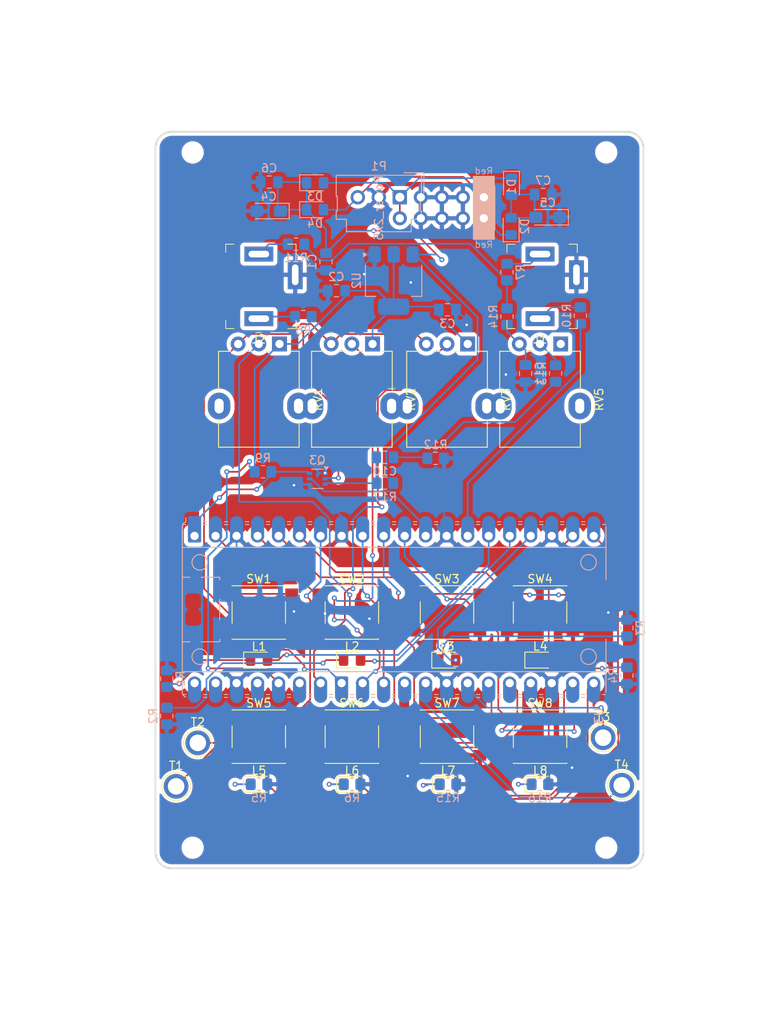
<source format=kicad_pcb>
(kicad_pcb (version 20240108) (generator "pcbnew") (generator_version "8.0")
  (layers (0 "F.Cu" signal) (31 "B.Cu" signal) (34 "B.Paste" user) (35 "F.Paste" user) (36 "B.SilkS" user "B.Silkscreen") (37 "F.SilkS" user "F.Silkscreen") (38 "B.Mask" user) (39 "F.Mask" user) (44 "Edge.Cuts" user))
  (net 0 "")
  (net 1 "+12v")
  (net 2 "Gnd")
  (net 3 "+3.3v")
  (net 4 "-12v")
  (net 5 "Net-(C10-Pad2)")
  (net 6 "Net-(C11-Pad2)")
  (net 7 "Net-(D1-K)")
  (net 8 "Net-(D2-K)")
  (net 9 "Net-(J1-PadR)")
  (net 10 "Net-(J1-PadT)")
  (net 11 "Net-(J2-PadR)")
  (net 12 "Net-(J2-PadT)")
  (net 13 "Net-(L1-K)")
  (net 14 "LED1")
  (net 15 "Net-(L2-K)")
  (net 16 "LED2")
  (net 17 "Net-(L3-K)")
  (net 18 "LED3")
  (net 19 "LED4")
  (net 20 "Net-(L4-K)")
  (net 21 "LED5")
  (net 22 "Net-(L5-K)")
  (net 23 "Net-(L6-K)")
  (net 24 "LED6")
  (net 25 "LED7")
  (net 26 "Net-(L7-K)")
  (net 27 "LED8")
  (net 28 "Net-(L8-K)")
  (net 29 "AudioOut")
  (net 30 "Net-(R11-Pad2)")
  (net 31 "ClockOut")
  (net 32 "Net-(R13-Pad1)")
  (net 33 "Net-(U3-GPIO26_ADC0)")
  (net 34 "AGnd")
  (net 35 "Net-(U3-GPIO27_ADC1)")
  (net 36 "Net-(U3-GPIO28_ADC2)")
  (net 38 "Button1")
  (net 39 "Button2")
  (net 40 "Button3")
  (net 41 "Button4")
  (net 42 "Button5")
  (net 43 "Button6")
  (net 44 "Button7")
  (net 45 "Button8")
  (net 46 "Net-(T1-Pin_1)")
  (net 47 "Net-(T2-Pin_1)")
  (net 48 "Net-(T3-Pin_1)")
  (net 49 "Net-(T4-Pin_1)")
  (net 50 "+5v")
  (net 55 "Net-(Q3B-C2)")
  (net 56 "Net-(Q3A-B1)")
  (net 57 "Net-(Q3A-C1)")
  (footprint "TestPoint:TestPoint_Plated_Hole_D2.0mm" (layer "F.Cu") (at 89.375 134.375)
    (property "Reference" "T1")
    (property "Value" "Test Point")
  )
  (footprint "Button_Switch_SMD:SW_Push_1P1T_NO_6x6mm_H9.5mm" (layer "F.Cu") (at 99.375 128.375)
    (property "Reference" "SW5")
    (property "Value" "SW_SPST")
  )
  (footprint "0_Favorites:Potentiometer_Alpha_Fixed" (layer "F.Cu") (at 113.123203 80.932952 -90)
    (property "Reference" "RV2")
    (property "Value" "10k")
  )
  (footprint "LED_SMD:LED_0805_2012Metric_Pad1.15x1.40mm_HandSolder" (layer "F.Cu") (at 110.6475 134.125)
    (property "Reference" "L6")
    (property "Value" "LED")
  )
  (footprint "MountingHole:MountingHole_2.2mm_M2" (layer "F.Cu") (at 91.375 57.789215)
    (property "Reference" "H1")
    (property "Value" "MountingHole")
  )
  (footprint "0_Favorites:Potentiometer_Alpha_Fixed" (layer "F.Cu") (at 135.870751 80.932952 -90)
    (property "Reference" "RV5")
    (property "Value" "10k")
  )
  (footprint "TestPoint:TestPoint_Plated_Hole_D2.0mm" (layer "F.Cu") (at 143.25 134.25)
    (property "Reference" "T4")
    (property "Value" "Test Point")
  )
  (footprint "LED_SMD:LED_0805_2012Metric_Pad1.15x1.40mm_HandSolder" (layer "F.Cu") (at 99.3975 119.125)
    (property "Reference" "L1")
    (property "Value" "LED")
  )
  (footprint "MountingHole:MountingHole_2.2mm_M2" (layer "F.Cu") (at 141.375 141.789215)
    (property "Reference" "H4")
    (property "Value" "MountingHole")
  )
  (footprint "0_Favorites:Potentiometer_Alpha_Fixed" (layer "F.Cu") (at 124.623203 80.932952 -90)
    (property "Reference" "RV3")
    (property "Value" "10k")
  )
  (footprint "0_Favorites:Jack_3.5mm_QingPu_WQP-PJ301CM" (layer "F.Cu") (at 133.375 73.375)
    (property "Reference" "J1")
    (property "Value" "AudioJack3")
  )
  (footprint "0_Favorites:Potentiometer_Alpha_Fixed" (layer "F.Cu") (at 101.873203 80.932952 -90)
    (property "Reference" "RV1")
    (property "Value" "10k")
  )
  (footprint "LED_SMD:LED_0805_2012Metric_Pad1.15x1.40mm_HandSolder" (layer "F.Cu") (at 99.3975 134.125)
    (property "Reference" "L5")
    (property "Value" "LED")
  )
  (footprint "Button_Switch_SMD:SW_Push_1P1T_NO_6x6mm_H9.5mm" (layer "F.Cu") (at 133.375 113.375)
    (property "Reference" "SW4")
    (property "Value" "SW_SPST")
  )
  (footprint "Button_Switch_SMD:SW_Push_1P1T_NO_6x6mm_H9.5mm" (layer "F.Cu") (at 99.375 113.375)
    (property "Reference" "SW1")
    (property "Value" "SW_SPST")
  )
  (footprint "TestPoint:TestPoint_Plated_Hole_D2.0mm" (layer "F.Cu") (at 92 129.125)
    (property "Reference" "T2")
    (property "Value" "Test Point")
  )
  (footprint "LED_SMD:LED_0805_2012Metric_Pad1.15x1.40mm_HandSolder" (layer "F.Cu") (at 110.6475 119.125)
    (property "Reference" "L2")
    (property "Value" "LED")
  )
  (footprint "TestPoint:TestPoint_Plated_Hole_D2.0mm" (layer "F.Cu") (at 141 128.5)
    (property "Reference" "T3")
    (property "Value" "Test Point")
  )
  (footprint "LED_SMD:LED_0805_2012Metric_Pad1.15x1.40mm_HandSolder" (layer "F.Cu") (at 133.3975 134.125)
    (property "Reference" "L8")
    (property "Value" "LED")
  )
  (footprint "Button_Switch_SMD:SW_Push_1P1T_NO_6x6mm_H9.5mm" (layer "F.Cu") (at 122.125 113.375)
    (property "Reference" "SW3")
    (property "Value" "SW_SPST")
  )
  (footprint "Button_Switch_SMD:SW_Push_1P1T_NO_6x6mm_H9.5mm" (layer "F.Cu") (at 110.625 128.375)
    (property "Reference" "SW6")
    (property "Value" "SW_SPST")
  )
  (footprint "LED_SMD:LED_0805_2012Metric_Pad1.15x1.40mm_HandSolder" (layer "F.Cu") (at 122.25 134.125)
    (property "Reference" "L7")
    (property "Value" "LED")
  )
  (footprint "Button_Switch_SMD:SW_Push_1P1T_NO_6x6mm_H9.5mm" (layer "F.Cu") (at 122.125 128.375)
    (property "Reference" "SW7")
    (property "Value" "SW_SPST")
  )
  (footprint "0_Favorites:Jack_3.5mm_QingPu_WQP-PJ301CM" (layer "F.Cu") (at 99.375 73.375)
    (property "Reference" "J2")
    (property "Value" "ClockIn")
  )
  (footprint "Button_Switch_SMD:SW_Push_1P1T_NO_6x6mm_H9.5mm" (layer "F.Cu") (at 110.625 113.375)
    (property "Reference" "SW2")
    (property "Value" "SW_SPST")
  )
  (footprint "MountingHole:MountingHole_2.2mm_M2" (layer "F.Cu") (at 91.375 141.789215)
    (property "Reference" "H3")
    (property "Value" "MountingHole")
  )
  (footprint "Button_Switch_SMD:SW_Push_1P1T_NO_6x6mm_H9.5mm" (layer "F.Cu") (at 133.375 128.375)
    (property "Reference" "SW8")
    (property "Value" "SW_SPST")
  )
  (footprint "LED_SMD:LED_0805_2012Metric_Pad1.15x1.40mm_HandSolder" (layer "F.Cu") (at 133.3975 119.125)
    (property "Reference" "L4")
    (property "Value" "LED")
  )
  (footprint "MountingHole:MountingHole_2.2mm_M2" (layer "F.Cu") (at 141.375 57.789215)
    (property "Reference" "H2")
    (property "Value" "MountingHole")
  )
  (footprint "LED_SMD:LED_0805_2012Metric_Pad1.15x1.40mm_HandSolder" (layer "F.Cu") (at 122.1475 119.125)
    (property "Reference" "L3")
    (property "Value" "LED")
  )
  (footprint "Resistor_SMD:R_0805_2012Metric_Pad1.20x1.40mm_HandSolder" (layer "B.Cu") (at 133.35 134.14)
    (property "Reference" "R16")
    (property "Value" "1k")
  )
  (footprint "Resistor_SMD:R_0805_2012Metric_Pad1.20x1.40mm_HandSolder" (layer "B.Cu") (at 99.3975 134.125)
    (property "Reference" "R5")
    (property "Value" "1k")
  )
  (footprint "Resistor_SMD:R_0805_2012Metric_Pad1.20x1.40mm_HandSolder" (layer "B.Cu") (at 120.75 94.75 180)
    (property "Reference" "R12")
    (property "Value" "10k")
  )
  (footprint "Resistor_SMD:R_0805_2012Metric_Pad1.20x1.40mm_HandSolder" (layer "B.Cu") (at 104.75 77.625)
    (property "Reference" "R8")
    (property "Value" "10k")
  )
  (footprint "Capacitor_SMD:C_0805_2012Metric_Pad1.18x1.45mm_HandSolder" (layer "B.Cu") (at 114.625 94.625)
    (property "Reference" "C10")
    (property "Value" "1uF")
  )
  (footprint "Capacitor_SMD:C_0805_2012Metric_Pad1.18x1.45mm_HandSolder" (layer "B.Cu") (at 100.625 61.375 180)
    (property "Reference" "C6")
    (property "Value" "100n")
  )
  (footprint "Diode_SMD:D_0805_2012Metric_Pad1.15x1.40mm_HandSolder" (layer "B.Cu") (at 106.17 64.71)
    (property "Reference" "D4")
    (property "Value" "D")
  )
  (footprint "Capacitor_SMD:C_0805_2012Metric_Pad1.18x1.45mm_HandSolder" (layer "B.Cu") (at 107.5 71 -90)
    (property "Reference" "C1")
    (property "Value" "1uF")
  )
  (footprint "Resistor_SMD:R_0805_2012Metric_Pad1.20x1.40mm_HandSolder" (layer "B.Cu") (at 135.25 84.5 -90)
    (property "Reference" "R13")
    (property "Value" "100")
  )
  (footprint "Connector_Molex:Molex_SL_171971-0003_1x03_P2.54mm_Vertical" (layer "B.Cu") (at 116.42 63.21 180)
    (property "Reference" "P1")
    (property "Value" "Pocket Rack Power")
  )
  (footprint "Module_RaspberryPi_Pico:RaspberryPi_Pico_Common" (layer "B.Cu") (at 115.735 113.015 -90)
    (property "Reference" "U3")
    (property "Value" "RaspberryPi_Pico")
  )
  (footprint "Resistor_SMD:R_0805_2012Metric_Pad1.20x1.40mm_HandSolder" (layer "B.Cu") (at 99.875 96.375 180)
    (property "Reference" "R9")
    (property "Value" "10k")
  )
  (footprint "Resistor_SMD:R_0805_2012Metric_Pad1.20x1.40mm_HandSolder" (layer "B.Cu") (at 143.875 121 -90)
    (property "Reference" "R4")
    (property "Value" "1k")
  )
  (footprint "Capacitor_SMD:C_0805_2012Metric_Pad1.18x1.45mm_HandSolder" (layer "B.Cu") (at 131.625 84.5 90)
    (property "Reference" "C11")
    (property "Value" "???uF?")
  )
  (footprint "Resistor_SMD:R_0805_2012Metric_Pad1.20x1.40mm_HandSolder" (layer "B.Cu") (at 122.25 134.125)
    (property "Reference" "R15")
    (property "Value" "1k")
  )
  (footprint "Resistor_SMD:R_0805_2012Metric_Pad1.20x1.40mm_HandSolder" (layer "B.Cu") (at 103.875 68.875)
    (property "Reference" "R11")
    (property "Value" "100")
  )
  (footprint "Resistor_SMD:R_0805_2012Metric_Pad1.20x1.40mm_HandSolder" (layer "B.Cu") (at 114.625 97.75)
    (property "Reference" "R17")
    (property "Value" "10k")
  )
  (footprint "Diode_SMD:D_0805_2012Metric_Pad1.15x1.40mm_HandSolder" (layer "B.Cu") (at 106.17 61.46)
    (property "Reference" "D3")
    (property "Value" "D")
  )
  (footprint "Resistor_SMD:R_0805_2012Metric_Pad1.20x1.40mm_HandSolder" (layer "B.Cu") (at 88.25 121.375 90)
    (property "Reference" "R1")
    (property "Value" "1k")
  )
  (footprint "Resistor_SMD:R_0805_2012Metric_Pad1.20x1.40mm_HandSolder" (layer "B.Cu") (at 143.875 115.25 90)
    (property "Reference" "R3")
    (property "Value" "1k")
  )
  (footprint "CATs_Eurosynth:Power_2x5_Vertical" (layer "B.Cu") (at 116.42 63.21 -90)
    (property "Reference" "P2" (hide yes))
    (property "Value" "Power_2x5")
  )
  (footprint "Resistor_SMD:R_0805_2012Metric_Pad1.20x1.40mm_HandSolder" (layer "B.Cu") (at 129.375 72.25 90)
    (property "Reference" "R7")
    (property "Value" "1k")
  )
  (footprint "Resistor_SMD:R_0805_2012Metric_Pad1.20x1.40mm_HandSolder" (layer "B.Cu") (at 110.6475 134.125)
    (property "Reference" "R6")
    (property "Value" "1k")
  )
  (footprint "Capacitor_SMD:C_0805_2012Metric_Pad1.18x1.45mm_HandSolder" (layer "B.Cu") (at 122.175 76.8)
    (property "Reference" "C3")
    (property "Value" "10uF")
  )
  (footprint "Resistor_SMD:R_0805_2012Metric_Pad1.20x1.40mm_HandSolder" (layer "B.Cu") (at 138.25 77.5 -90)
    (property "Reference" "R10")
    (property "Value" "1k")
  )
  (footprint "Diode_SMD:D_0805_2012Metric_Pad1.15x1.40mm_HandSolder" (layer "B.Cu") (at 129.92 61.935 -90)
    (property "Reference" "D1")
    (property "Value" "D")
  )
  (footprint "Capacitor_SMD:C_0805_2012Metric_Pad1.18x1.45mm_HandSolder" (layer "B.Cu") (at 108.75 74.5 180)
    (property "Reference" "C2")
    (property "Value" "10uF")
  )
  (footprint "Package_TO_SOT_SMD:SOT-223-3_TabPin2" (layer "B.Cu") (at 115.675 73.275 -90)
    (property "Reference" "U2")
    (property "Value" "LD1117S33TR_SOT223" (hide yes))
  )
  (footprint "Resistor_SMD:R_0805_2012Metric_Pad1.20x1.40mm_HandSolder" (layer "B.Cu") (at 88.25 125.875 -90)
    (property "Reference" "R2")
    (property "Value" "1k")
  )
  (footprint "Capacitor_Tantalum_SMD:CP_EIA-3216-10_Kemet-I_Pad1.58x1.35mm_HandSolder" (layer "B.Cu") (at 134.3125 65.625 180)
    (property "Reference" "C5")
    (property "Value" "1u")
  )
  (footprint "Capacitor_Tantalum_SMD:CP_EIA-3216-10_Kemet-I_Pad1.58x1.35mm_HandSolder" (layer "B.Cu") (at 100.5625 64.875 180)
    (property "Reference" "C4")
    (property "Value" "1u")
  )
  (footprint "Capacitor_SMD:C_0805_2012Metric_Pad1.18x1.45mm_HandSolder" (layer "B.Cu") (at 133.75 62.875 180)
    (property "Reference" "C7")
    (property "Value" "100n")
  )
  (footprint "Package_TO_SOT_SMD:SOT-363_SC-70-6" (layer "B.Cu") (at 106.45 97.225 180)
    (property "Reference" "Q3")
    (property "Value" "FFB2227A")
  )
  (footprint "Resistor_SMD:R_0805_2012Metric_Pad1.20x1.40mm_HandSolder" (layer "B.Cu") (at 129.375 77.625 -90)
    (property "Reference" "R14")
    (property "Value" "100")
  )
  (footprint "Diode_SMD:D_0805_2012Metric_Pad1.15x1.40mm_HandSolder" (layer "B.Cu") (at 129.875 66.725 90)
    (property "Reference" "D2")
    (property "Value" "D")
  )
  (gr_line (start 143.875 144.289215) (end 88.875 144.289215) (stroke (width 0.2)) (layer "Edge.Cuts"))
  (gr_arc (start 88.875 144.289215) (mid 87.460781 143.703429) (end 86.875 142.289215) (stroke (width 0.2)) (layer "Edge.Cuts"))
  (gr_arc (start 143.875 55.289215) (mid 145.289208 55.875002) (end 145.875 57.289215) (stroke (width 0.2)) (layer "Edge.Cuts"))
  (gr_line (start 88.875 55.289215) (end 143.875 55.289215) (stroke (width 0.2)) (layer "Edge.Cuts"))
  (gr_line (start 145.875 57.289215) (end 145.875 142.289215) (stroke (width 0.2)) (layer "Edge.Cuts"))
  (gr_arc (start 145.875 142.289215) (mid 145.289208 143.703419) (end 143.875 144.289215) (stroke (width 0.2)) (layer "Edge.Cuts"))
  (gr_line (start 86.875 142.289215) (end 86.875 57.289215) (stroke (width 0.2)) (layer "Edge.Cuts"))
  (gr_arc (start 86.875 57.289215) (mid 87.460781 55.874992) (end 88.875 55.289215) (stroke (width 0.2)) (layer "Edge.Cuts"))
  (segment (start 113.25 67.25) (end 118 67.25) (width 0.2) (layer "F.Cu") (net 1))
  (segment (start 118 67.25) (end 121.5 70.75) (width 0.2) (layer "F.Cu") (net 1))
  (via (at 113.25 67.25) (size 0.6) (drill 0.3) (layers "F.Cu" "B.Cu") (net 1))
  (via (at 121.5 70.75) (size 0.6) (drill 0.3) (layers "F.Cu" "B.Cu") (net 1))
  (segment (start 102 64.875) (end 102 64.625) (width 0.2) (layer "B.Cu") (net 1))
  (segment (start 115.625 97.75) (end 114.775 96.9) (width 0.2) (layer "B.Cu") (net 1))
  (segment (start 125.823203 82.801797) (end 125.823203 77.698203) (width 0.2) (layer "B.Cu") (net 1))
  (segment (start 105.1075 64.6725) (end 105.145 64.71) (width 0.2) (layer "B.Cu") (net 1))
  (segment (start 107.5 67.065) (end 105.145 64.71) (width 0.2) (layer "B.Cu") (net 1))
  (segment (start 125.823203 77.698203) (end 118.25 70.125) (width 0.2) (layer "B.Cu") (net 1))
  (segment (start 107.5 69.9625) (end 110.2125 67.25) (width 0.2) (layer "B.Cu") (net 1))
  (segment (start 102 64.625) (end 101.6625 64.2875) (width 0.2) (layer "B.Cu") (net 1))
  (segment (start 110.2125 67.25) (end 113.25 67.25) (width 0.2) (layer "B.Cu") (net 1))
  (segment (start 102.165 64.71) (end 102 64.875) (width 0.2) (layer "B.Cu") (net 1))
  (segment (start 114.775 96.9) (end 114.775 93.85) (width 0.2) (layer "B.Cu") (net 1))
  (segment (start 121.5 70.75) (end 120.875 70.125) (width 0.2) (layer "B.Cu") (net 1))
  (segment (start 107.5 69.9625) (end 107.5 67.065) (width 0.2) (layer "B.Cu") (net 1))
  (segment (start 118.25 70.125) (end 117.975 70.125) (width 0.2) (layer "B.Cu") (net 1))
  (segment (start 101.6625 64.2875) (end 101.6625 61.375) (width 0.2) (layer "B.Cu") (net 1))
  (segment (start 101.6625 61.375) (end 105.06 61.375) (width 0.2) (layer "B.Cu") (net 1))
  (segment (start 105.145 64.71) (end 102.165 64.71) (width 0.2) (layer "B.Cu") (net 1))
  (segment (start 105.06 61.375) (end 105.145 61.46) (width 0.2) (layer "B.Cu") (net 1))
  (segment (start 105.145 61.46) (end 105.145 64.71) (width 0.2) (layer "B.Cu") (net 1))
  (segment (start 120.875 70.125) (end 117.975 70.125) (width 0.2) (layer "B.Cu") (net 1))
  (segment (start 114.775 93.85) (end 125.823203 82.801797) (width 0.2) (layer "B.Cu") (net 1))
  (segment (start 114.25 115.625) (end 112.75 114.125) (width 0.2) (layer "F.Cu") (net 2))
  (segment (start 107.375 113.5) (end 106.65 114.225) (width 0.2) (layer "F.Cu") (net 2))
  (segment (start 105 96.625) (end 105 95) (width 0.2) (layer "F.Cu") (net 2))
  (segment (start 106.65 114.225) (end 106.65 115.625) (width 0.2) (layer "F.Cu") (net 2))
  (segment (start 103.625 98) (end 105 96.625) (width 0.2) (layer "F.Cu") (net 2))
  (segment (start 137.35 115.625) (end 139.375 115.625) (width 0.2) (layer "F.Cu") (net 2))
  (segment (start 124.04 78.165) (end 124.04 65.75) (width 0.2) (layer "F.Cu") (net 2))
  (segment (start 124.715251 78.625) (end 129.25 83.159749) (width 0.2) (layer "F.Cu") (net 2))
  (segment (start 129.25 83.159749) (end 129.25 84.625) (width 0.2) (layer "F.Cu") (net 2))
  (segment (start 105.867668 95) (end 107.392669 96.525001) (width 0.2) (layer "F.Cu") (net 2))
  (segment (start 105 95) (end 105.867668 95) (width 0.2) (layer "F.Cu") (net 2))
  (segment (start 137.25 130.725) (end 137.35 130.625) (width 0.2) (layer "F.Cu") (net 2))
  (segment (start 118.15 132.35) (end 118.15 130.625) (width 0.2) (layer "F.Cu") (net 2))
  (segment (start 117.75 73.5) (end 117.375 73.5) (width 0.2) (layer "F.Cu") (net 2))
  (segment (start 114.6 115.625) (end 114.25 115.625) (width 0.2) (layer "F.Cu") (net 2))
  (segment (start 124.5 78.625) (end 124.715251 78.625) (width 0.2) (layer "F.Cu") (net 2))
  (segment (start 117.375 73.5) (end 116.375 72.5) (width 0.2) (layer "F.Cu") (net 2))
  (segment (start 124.5 78.625) (end 124.04 78.165) (width 0.2) (layer "F.Cu") (net 2))
  (segment (start 116.375 72.5) (end 112.125 72.5) (width 0.2) (layer "F.Cu") (net 2))
  (segment (start 137.25 132.125) (end 137.25 130.725) (width 0.2) (layer "F.Cu") (net 2))
  (segment (start 103.625 113.25) (end 103.35 113.525) (width 0.2) (layer "F.Cu") (net 2))
  (segment (start 103.35 113.525) (end 103.35 115.625) (width 0.2) (layer "F.Cu") (net 2))
  (segment (start 139.375 115.625) (end 141.625 113.375) (width 0.2) (layer "F.Cu") (net 2))
  (segment (start 117.375 133.125) (end 118.15 132.35) (width 0.2) (layer "F.Cu") (net 2))
  (via (at 141.625 113.375) (size 0.6) (drill 0.3) (layers "F.Cu" "B.Cu") (net 2))
  (via (at 107.392669 96.525001) (size 0.6) (drill 0.3) (layers "F.Cu" "B.Cu") (net 2))
  (via (at 117.75 73.5) (size 0.6) (drill 0.3) (layers "F.Cu" "B.Cu") (net 2))
  (via (at 103.625 113.25) (size 0.6) (drill 0.3) (layers "F.Cu" "B.Cu") (net 2))
  (via (at 124.5 78.625) (size 0.6) (drill 0.3) (layers "F.Cu" "B.Cu") (net 2))
  (via (at 137.25 132.125) (size 0.6) (drill 0.3) (layers "F.Cu" "B.Cu") (net 2))
  (via (at 112.125 72.5) (size 0.6) (drill 0.3) (layers "F.Cu" "B.Cu") (net 2))
  (via (at 107.375 113.5) (size 0.6) (drill 0.3) (layers "F.Cu" "B.Cu") (net 2))
  (via (at 112.75 114.125) (size 0.6) (drill 0.3) (layers "F.Cu" "B.Cu") (net 2))
  (via (at 117.375 133.125) (size 0.6) (drill 0.3) (layers "F.Cu" "B.Cu") (net 2))
  (via (at 129.25 84.625) (size 0.6) (drill 0.3) (layers "F.Cu" "B.Cu") (net 2))
  (via (at 103.625 98) (size 0.6) (drill 0.3) (layers "F.Cu" "B.Cu") (net 2))
  (segment (start 103.625 113.25) (end 100.615504 113.25) (width 0.2) (layer "B.Cu") (net 2))
  (segment (start 112.75 114.125) (end 112.125 113.5) (width 0.2) (layer "B.Cu") (net 2))
  (segment (start 112.125 113.5) (end 107.375 113.5) (width 0.2) (layer "B.Cu") (net 2))
  (segment (start 123.2125 76.8) (end 124.5 78.0875) (width 0.2) (layer "B.Cu") (net 2))
  (segment (start 103.875 113.5) (end 103.625 113.25) (width 0.2) (layer "B.Cu") (net 2))
  (segment (start 112.125 72.5) (end 112.125 71.375) (width 0.2) (layer "B.Cu") (net 2))
  (segment (start 103.75 97.875) (end 103.625 98) (width 0.2) (layer "B.Cu") (net 2))
  (segment (start 107.375 113.5) (end 103.875 113.5) (width 0.2) (layer "B.Cu") (net 2))
  (segment (start 97.539496 111.565) (end 96.685 110.710504) (width 0.2) (layer "B.Cu") (net 2))
  (segment (start 141.625 113.375) (end 142.5 114.25) (width 0.2) (layer "B.Cu") (net 2))
  (segment (start 129.25 84.625) (end 130.1625 85.5375) (width 0.2) (layer "B.Cu") (net 2))
  (segment (start 130.1625 85.5375) (end 131.625 85.5375) (width 0.2) (layer "B.Cu") (net 2))
  (segment (start 134.35 134.14) (end 135.235 134.14) (width 0.2) (layer "B.Cu") (net 2))
  (segment (start 98.930504 111.565) (end 97.539496 111.565) (width 0.2) (layer "B.Cu") (net 2))
  (segment (start 121.75 102) (end 121.75 94.75) (width 0.2) (layer "B.Cu") (net 2))
  (segment (start 109.385 101.76) (end 105.5 97.875) (width 0.2) (layer "B.Cu") (net 2))
  (segment (start 105.5 97.875) (end 103.75 97.875) (width 0.2) (layer "B.Cu") (net 2))
  (segment (start 119.9125 73.5) (end 117.75 73.5) (width 0.2) (layer "B.Cu") (net 2))
  (segment (start 124.5 78.0875) (end 124.5 78.625) (width 0.2) (layer "B.Cu") (net 2))
  (segment (start 142.5 114.25) (end 143.875 114.25) (width 0.2) (layer "B.Cu") (net 2))
  (segment (start 100.615504 113.25) (end 98.930504 111.565) (width 0.2) (layer "B.Cu") (net 2))
  (segment (start 109.385 104.125) (end 109.385 101.76) (width 0.2) (layer "B.Cu") (net 2))
  (segment (start 135.235 134.14) (end 137.25 132.125) (width 0.2) (layer "B.Cu") (net 2))
  (segment (start 122.085 104.125) (end 122.085 102.335) (width 0.2) (layer "B.Cu") (net 2))
  (segment (start 96.685 110.710504) (end 96.685 104.125) (width 0.2) (layer "B.Cu") (net 2))
  (segment (start 122.085 102.335) (end 121.75 102) (width 0.2) (layer "B.Cu") (net 2))
  (segment (start 123.2125 76.8) (end 119.9125 73.5) (width 0.2) (layer "B.Cu") (net 2))
  (segment (start 112.125 71.375) (end 113.375 70.125) (width 0.2) (layer "B.Cu") (net 2))
  (segment (start 101.765 121.905) (end 99.985 120.125) (width 0.2) (layer "F.Cu") (net 3))
  (segment (start 99.985 120.125) (end 93.25 120.125) (width 0.2) (layer "F.Cu") (net 3))
  (segment (start 95.5 96.375) (end 97 96.375) (width 0.2) (layer "F.Cu") (net 3))
  (segment (start 97 96.375) (end 98.25 95.125) (width 0.2) (layer "F.Cu") (net 3))
  (via (at 98.25 95.125) (size 0.6) (drill 0.3) (layers "F.Cu" "B.Cu") (net 3))
  (via (at 95.5 96.375) (size 0.6) (drill 0.3) (layers "F.Cu" "B.Cu") (net 3))
  (via (at 93.25 120.125) (size 0.6) (drill 0.3) (layers "F.Cu" "B.Cu") (net 3))
  (segment (start 113.75 74.5) (end 115.675 76.425) (width 0.2) (layer "B.Cu") (net 3))
  (segment (start 109.7875 74.5) (end 109.7875 75.225) (width 0.2) (layer "B.Cu") (net 3))
  (segment (start 98.25 95.75) (end 98.875 96.375) (width 0.2) (layer "B.Cu") (net 3))
  (segment (start 98.875 96.375) (end 98.875 83.931155) (width 0.2) (layer "B.Cu") (net 3))
  (segment (start 109.7875 75.225) (end 104.079548 80.932952) (width 0.2) (layer "B.Cu") (net 3))
  (segment (start 93.25 120.125) (end 93.25 106.575636) (width 0.2) (layer "B.Cu") (net 3))
  (segment (start 98.25 95.125) (end 98.25 95.75) (width 0.2) (layer "B.Cu") (net 3))
  (segment (start 98.875 83.931155) (end 101.873203 80.932952) (width 0.2) (layer "B.Cu") (net 3))
  (segment (start 113.123203 78.976797) (end 113.123203 80.932952) (width 0.2) (layer "B.Cu") (net 3))
  (segment (start 115.675 76.425) (end 120.7625 76.425) (width 0.2) (layer "B.Cu") (net 3))
  (segment (start 120.7625 76.425) (end 121.1375 76.8) (width 0.2) (layer "B.Cu") (net 3))
  (segment (start 115.675 76.425) (end 113.123203 78.976797) (width 0.2) (layer "B.Cu") (net 3))
  (segment (start 109.7875 74.5) (end 113.75 74.5) (width 0.2) (layer "B.Cu") (net 3))
  (segment (start 93.25 106.575636) (end 95.5 104.325636) (width 0.2) (layer "B.Cu") (net 3))
  (segment (start 121.1375 77.447249) (end 124.623203 80.932952) (width 0.2) (layer "B.Cu") (net 3))
  (segment (start 95.5 104.325636) (end 95.5 96.375) (width 0.2) (layer "B.Cu") (net 3))
  (segment (start 104.079548 80.932952) (end 101.873203 80.932952) (width 0.2) (layer "B.Cu") (net 3))
  (segment (start 115.675 76.425) (end 115.675 70.125) (width 0.2) (layer "B.Cu") (net 3))
  (segment (start 121.1375 76.8) (end 121.1375 77.447249) (width 0.2) (layer "B.Cu") (net 3))
  (segment (start 132.8 65.7) (end 132.875 65.625) (width 0.2) (layer "B.Cu") (net 4))
  (segment (start 132.7125 62.875) (end 132.7125 65.4625) (width 0.2) (layer "B.Cu") (net 4))
  (segment (start 132.7125 65.4625) (end 132.875 65.625) (width 0.2) (layer "B.Cu") (net 4))
  (segment (start 129.875 65.7) (end 132.8 65.7) (width 0.2) (layer "B.Cu") (net 4))
  (segment (start 129.945 65.46) (end 129.92 65.435) (width 0.2) (layer "B.Cu") (net 4))
  (segment (start 130.165 62.96) (end 130.25 62.875) (width 0.2) (layer "B.Cu") (net 4))
  (segment (start 129.875 65.7) (end 129.875 63.005) (width 0.2) (layer "B.Cu") (net 4))
  (segment (start 130.25 62.875) (end 132.7125 62.875) (width 0.2) (layer "B.Cu") (net 4))
  (segment (start 129.875 63.005) (end 129.92 62.96) (width 0.2) (layer "B.Cu") (net 4))
  (segment (start 129.92 62.96) (end 130.165 62.96) (width 0.2) (layer "B.Cu") (net 4))
  (segment (start 119.75 94.75) (end 124.147048 90.352952) (width 0.2) (layer "B.Cu") (net 5))
  (segment (start 130.397048 90.352952) (end 135.25 85.5) (width 0.2) (layer "B.Cu") (net 5))
  (segment (start 124.147048 90.352952) (end 130.397048 90.352952) (width 0.2) (layer "B.Cu") (net 5))
  (segment (start 115.6625 94.625) (end 119.625 94.625) (width 0.2) (layer "B.Cu") (net 5))
  (segment (start 119.625 94.625) (end 119.75 94.75) (width 0.2) (layer "B.Cu") (net 5))
  (segment (start 131.625 83.4625) (end 131.625 81.687201) (width 0.2) (layer "B.Cu") (net 6))
  (segment (start 129.375 79.437201) (end 130.870751 80.932952) (width 0.2) (layer "B.Cu") (net 6))
  (segment (start 131.625 81.687201) (end 130.870751 80.932952) (width 0.2) (layer "B.Cu") (net 6))
  (segment (start 129.375 78.625) (end 129.375 79.437201) (width 0.2) (layer "B.Cu") (net 6))
  (segment (start 116.42 63.21) (end 116.42 65.75) (width 0.2) (layer "F.Cu") (net 7))
  (segment (start 129.92 60.91) (end 118.72 60.91) (width 0.2) (layer "B.Cu") (net 7))
  (segment (start 107.195 61.46) (end 114.67 61.46) (width 0.2) (layer "B.Cu") (net 7))
  (segment (start 114.67 61.46) (end 116.42 63.21) (width 0.2) (layer "B.Cu") (net 7))
  (segment (start 118.72 60.91) (end 116.42 63.21) (width 0.2) (layer "B.Cu") (net 7))
  (segment (start 124.12 60.75) (end 113.8 60.75) (width 0.2) (layer "F.Cu") (net 8))
  (segment (start 113.8 60.75) (end 111.34 63.21) (width 0.2) (layer "F.Cu") (net 8))
  (segment (start 126.58 65.75) (end 126.58 63.21) (width 0.2) (layer "F.Cu") (net 8))
  (segment (start 126.58 63.21) (end 124.12 60.75) (width 0.2) (layer "F.Cu") (net 8))
  (segment (start 128.58 67.75) (end 126.58 65.75) (width 0.2) (layer "B.Cu") (net 8))
  (segment (start 107.195 64.71) (end 109.84 64.71) (width 0.2) (layer "B.Cu") (net 8))
  (segment (start 129.875 67.75) (end 128.58 67.75) (width 0.2) (layer "B.Cu") (net 8))
  (segment (start 109.84 64.71) (end 111.34 63.21) (width 0.2) (layer "B.Cu") (net 8))
  (segment (start 129.375 71.25) (end 132.2 71.25) (width 0.2) (layer "B.Cu") (net 9))
  (segment (start 132.2 71.25) (end 133.375 70.075) (width 0.2) (layer "B.Cu") (net 9))
  (segment (start 138.25 76.5) (end 134.75 76.5) (width 0.2) (layer "B.Cu") (net 10))
  (segment (start 134.75 76.5) (end 133.375 77.875) (width 0.2) (layer "B.Cu") (net 10))
  (segment (start 100.575 68.875) (end 99.375 70.075) (width 0.2) (layer "B.Cu") (net 11))
  (segment (start 102.875 68.875) (end 100.575 68.875) (width 0.2) (layer "B.Cu") (net 11))
  (segment (start 103.75 77.625) (end 99.625 77.625) (width 0.2) (layer "B.Cu") (net 12))
  (segment (start 99.625 77.625) (end 99.375 77.875) (width 0.2) (layer "B.Cu") (net 12))
  (segment (start 92.625 119.125) (end 89.75 122) (width 0.2) (layer "F.Cu") (net 13))
  (segment (start 98.3725 119.125) (end 92.625 119.125) (width 0.2) (layer "F.Cu") (net 13))
  (via (at 89.75 122) (size 0.6) (drill 0.3) (layers "F.Cu" "B.Cu") (net 13))
  (segment (start 88.625 122) (end 88.25 122.375) (width 0.2) (layer "B.Cu") (net 13))
  (segment (start 89.75 122) (end 88.625 122) (width 0.2) (layer "B.Cu") (net 13))
  (segment (start 102.375 118.5) (end 101.75 119.125) (width 0.2) (layer "F.Cu") (net 14))
  (segment (start 101.75 119.125) (end 100.4225 119.125) (width 0.2) (layer "F.Cu") (net 14))
  (segment (start 102.75 118.5) (end 102.375 118.5) (width 0.2) (layer "F.Cu") (net 14))
  (via (at 102.75 118.5) (size 0.6) (drill 0.3) (layers "F.Cu" "B.Cu") (net 14))
  (segment (start 127.165 107.558529) (end 116.223529 118.5) (width 0.2) (layer "B.Cu") (net 14))
  (segment (start 116.223529 118.5) (end 102.75 118.5) (width 0.2) (layer "B.Cu") (net 14))
  (segment (start 127.165 104.125) (end 127.165 107.558529) (width 0.2) (layer "B.Cu") (net 14))
  (segment (start 107.5 119.125) (end 109.6225 119.125) (width 0.2) (layer "F.Cu") (net 15))
  (segment (start 107.125 119.5) (end 107.5 119.125) (width 0.2) (layer "F.Cu") (net 15))
  (via (at 107.125 119.5) (size 0.6) (drill 0.3) (layers "F.Cu" "B.Cu") (net 15))
  (segment (start 88.25 124.875) (end 91.790636 124.875) (width 0.2) (layer "B.Cu") (net 15))
  (segment (start 93.045 121.449365) (end 94.994365 119.5) (width 0.2) (layer "B.Cu") (net 15))
  (segment (start 93.045 123.620636) (end 93.045 121.449365) (width 0.2) (layer "B.Cu") (net 15))
  (segment (start 91.790636 124.875) (end 93.045 123.620636) (width 0.2) (layer "B.Cu") (net 15))
  (segment (start 94.994365 119.5) (end 107.125 119.5) (width 0.2) (layer "B.Cu") (net 15))
  (segment (start 113.375 119.25) (end 111.7975 119.25) (width 0.2) (layer "F.Cu") (net 16))
  (segment (start 111.7975 119.25) (end 111.6725 119.125) (width 0.2) (layer "F.Cu") (net 16))
  (via (at 113.375 119.25) (size 0.6) (drill 0.3) (layers "F.Cu" "B.Cu") (net 16))
  (segment (start 129.705 105.584215) (end 116.039215 119.25) (width 0.2) (layer "B.Cu") (net 16))
  (segment (start 129.705 104.125) (end 129.705 105.584215) (width 0.2) (layer "B.Cu") (net 16))
  (segment (start 116.039215 119.25) (end 113.375 119.25) (width 0.2) (layer "B.Cu") (net 16))
  (segment (start 121.625 118.6225) (end 121.1225 119.125) (width 0.2) (layer "F.Cu") (net 17))
  (segment (start 121.625 117.375) (end 121.625 118.6225) (width 0.2) (layer "F.Cu") (net 17))
  (via (at 121.625 117.375) (size 0.6) (drill 0.3) (layers "F.Cu" "B.Cu") (net 17))
  (segment (start 122.75 116.25) (end 121.625 117.375) (width 0.2) (layer "B.Cu") (net 17))
  (segment (start 143.875 116.25) (end 122.75 116.25) (width 0.2) (layer "B.Cu") (net 17))
  (via (at 123.1725 119.125) (size 0.6) (drill 0.3) (layers "F.Cu" "B.Cu") (net 18))
  (segment (start 122.526471 119.125) (end 123.1725 119.125) (width 0.2) (layer "B.Cu") (net 18))
  (segment (start 121.025 117.623529) (end 122.526471 119.125) (width 0.2) (layer "B.Cu") (net 18))
  (segment (start 132.245 104.125) (end 121.025 115.345) (width 0.2) (layer "B.Cu") (net 18))
  (segment (start 121.025 115.345) (end 121.025 117.623529) (width 0.2) (layer "B.Cu") (net 18))
  (segment (start 134.4225 119.125) (end 134.4225 107.0275) (width 0.2) (layer "F.Cu") (net 19))
  (segment (start 134.4225 107.0275) (end 137.325 104.125) (width 0.2) (layer "F.Cu") (net 19))
  (segment (start 133.3725 120.125) (end 140.875 120.125) (width 0.2) (layer "F.Cu") (net 20))
  (segment (start 132.3725 119.125) (end 133.3725 120.125) (width 0.2) (layer "F.Cu") (net 20))
  (via (at 140.875 120.125) (size 0.6) (drill 0.3) (layers "F.Cu" "B.Cu") (net 20))
  (segment (start 141.5 120) (end 143.875 120) (width 0.2) (layer "B.Cu") (net 20))
  (segment (start 140.875 120.125) (end 141.375 120.125) (width 0.2) (layer "B.Cu") (net 20))
  (segment (start 141.375 120.125) (end 141.5 120) (width 0.2) (layer "B.Cu") (net 20))
  (segment (start 142.8 129.45) (end 135.625 136.625) (width 0.2) (layer "F.Cu") (net 21))
  (segment (start 142.8 107.06) (end 142.8 129.45) (width 0.2) (layer "F.Cu") (net 21))
  (segment (start 102.9225 136.625) (end 100.4225 134.125) (width 0.2) (layer "F.Cu") (net 21))
  (segment (start 139.865 104.125) (end 142.8 107.06) (width 0.2) (layer "F.Cu") (net 21))
  (segment (start 135.625 136.625) (end 102.9225 136.625) (width 0.2) (layer "F.Cu") (net 21))
  (segment (start 98.3725 134.125) (end 96.5 134.125) (width 0.2) (layer "F.Cu") (net 22))
  (via (at 96.5 134.125) (size 0.6) (drill 0.3) (layers "F.Cu" "B.Cu") (net 22))
  (segment (start 96.5 134.125) (end 98.3975 134.125) (width 0.2) (layer "B.Cu") (net 22))
  (segment (start 109.6225 134.125) (end 107.875 134.125) (width 0.2) (layer "F.Cu") (net 23))
  (via (at 107.875 134.125) (size 0.6) (drill 0.3) (layers "F.Cu" "B.Cu") (net 23))
  (segment (start 107.875 134.125) (end 109.6475 134.125) (width 0.2) (layer "B.Cu") (net 23))
  (segment (start 113.4475 135.9) (end 134.85 135.9) (width 0.2) (layer "F.Cu") (net 24))
  (segment (start 111.6725 134.125) (end 113.4475 135.9) (width 0.2) (layer "F.Cu") (net 24))
  (segment (start 139.125 122.645) (end 139.865 121.905) (width 0.2) (layer "F.Cu") (net 24))
  (segment (start 139.125 131.625) (end 139.125 122.645) (width 0.2) (layer "F.Cu") (net 24))
  (segment (start 134.85 135.9) (end 139.125 131.625) (width 0.2) (layer "F.Cu") (net 24))
  (segment (start 136.275 133.832244) (end 136.275 122.955) (width 0.2) (layer "F.Cu") (net 25))
  (segment (start 124.223529 134.125) (end 125.598529 135.5) (width 0.2) (layer "F.Cu") (net 25))
  (segment (start 125.598529 135.5) (end 134.607244 135.5) (width 0.2) (layer "F.Cu") (net 25))
  (segment (start 136.275 122.955) (end 137.325 121.905) (width 0.2) (layer "F.Cu") (net 25))
  (segment (start 134.607244 135.5) (end 136.275 133.832244) (width 0.2) (layer "F.Cu") (net 25))
  (segment (start 124.223529 134.125) (end 123.275 134.125) (width 0.2) (layer "F.Cu") (net 25))
  (segment (start 121.225 134.125) (end 119.375 134.125) (width 0.2) (layer "F.Cu") (net 26))
  (segment (start 119.375 134.125) (end 119.25 134.25) (width 0.2) (layer "F.Cu") (net 26))
  (via (at 119.25 134.25) (size 0.6) (drill 0.3) (layers "F.Cu" "B.Cu") (net 26))
  (segment (start 119.875 134.125) (end 121.25 134.125) (width 0.2) (layer "B.Cu") (net 26))
  (segment (start 119.75 134.25) (end 119.875 134.125) (width 0.2) (layer "B.Cu") (net 26))
  (segment (start 119.25 134.25) (end 119.75 134.25) (width 0.2) (layer "B.Cu") (net 26))
  (segment (start 132.245 124.12) (end 132.245 121.905) (width 0.2) (layer "F.Cu") (net 27))
  (segment (start 134.4225 126.6725) (end 133 125.25) (width 0.2) (layer "F.Cu") (net 27))
  (segment (start 133 125.25) (end 133 124.875) (width 0.2) (layer "F.Cu") (net 27))
  (segment (start 133 124.875) (end 132.245 124.12) (width 0.2) (layer "F.Cu") (net 27))
  (segment (start 134.4225 134.125) (end 134.4225 126.6725) (width 0.2) (layer "F.Cu") (net 27))
  (segment (start 132.3725 134.125) (end 130.75 134.125) (width 0.2) (layer "F.Cu") (net 28))
  (via (at 130.75 134.125) (size 0.6) (drill 0.3) (layers "F.Cu" "B.Cu") (net 28))
  (segment (start 130.75 134.125) (end 132.335 134.125) (width 0.2) (layer "B.Cu") (net 28))
  (segment (start 132.335 134.125) (end 132.35 134.14) (width 0.2) (layer "B.Cu") (net 28))
  (segment (start 115.30137 98.75) (end 107.268456 98.75) (width 0.2) (layer "B.Cu") (net 29))
  (segment (start 107.268456 98.75) (end 105.743456 97.225) (width 0.2) (layer "B.Cu") (net 29))
  (segment (start 105.743456 97.225) (end 105.5 97.225) (width 0.2) (layer "B.Cu") (net 29))
  (segment (start 119.545 104.125) (end 119.545 102.99363) (width 0.2) (layer "B.Cu") (net 29))
  (segment (start 119.545 102.99363) (end 115.30137 98.75) (width 0.2) (layer "B.Cu") (net 29))
  (segment (start 108.209744 70.85) (end 106.725 70.85) (width 0.2) (layer "B.Cu") (net 30))
  (segment (start 124.95 68.825) (end 110.234744 68.825) (width 0.2) (layer "B.Cu") (net 30))
  (segment (start 129.375 73.25) (end 124.95 68.825) (width 0.2) (layer "B.Cu") (net 30))
  (segment (start 110.234744 68.825) (end 108.209744 70.85) (width 0.2) (layer "B.Cu") (net 30))
  (segment (start 104.875 69) (end 104.875 68.875) (width 0.2) (layer "B.Cu") (net 30))
  (segment (start 129.375 73.25) (end 129.375 76.625) (width 0.2) (layer "B.Cu") (net 30))
  (segment (start 106.725 70.85) (end 104.875 69) (width 0.2) (layer "B.Cu") (net 30))
  (segment (start 124.625 97.709744) (end 124.625 104.125) (width 0.2) (layer "B.Cu") (net 31))
  (segment (start 138.25 78.5) (end 138.25 84.084744) (width 0.2) (layer "B.Cu") (net 31))
  (segment (start 138.25 84.084744) (end 124.625 97.709744) (width 0.2) (layer "B.Cu") (net 31))
  (segment (start 135.25 83.5) (end 135.25 82.812201) (width 0.2) (layer "B.Cu") (net 32))
  (segment (start 135.25 82.812201) (end 133.370751 80.932952) (width 0.2) (layer "B.Cu") (net 32))
  (segment (start 110.375 113.425) (end 110.375 111.25) (width 0.2) (layer "F.Cu") (net 33))
  (segment (start 114.465 121.905) (end 114.465 117.515) (width 0.2) (layer "F.Cu") (net 33))
  (segment (start 114.465 117.515) (end 110.375 113.425) (width 0.2) (layer "F.Cu") (net 33))
  (via (at 110.375 111.25) (size 0.6) (drill 0.3) (layers "F.Cu" "B.Cu") (net 33))
  (segment (start 105.875636 100) (end 97 100) (width 0.2) (layer "B.Cu") (net 33))
  (segment (start 107.945 102.069364) (end 105.875636 100) (width 0.2) (layer "B.Cu") (net 33))
  (segment (start 107.945 108.82) (end 107.945 102.069364) (width 0.2) (layer "B.Cu") (net 33))
  (segment (start 97 83.306155) (end 99.373203 80.932952) (width 0.2) (layer "B.Cu") (net 33))
  (segment (start 97 100) (end 97 83.306155) (width 0.2) (layer "B.Cu") (net 33))
  (segment (start 110.375 111.25) (end 107.945 108.82) (width 0.2) (layer "B.Cu") (net 33))
  (segment (start 98.073203 79.732952) (end 103.293519 79.732952) (width 0.2) (layer "F.Cu") (net 34))
  (segment (start 118.423203 79.732952) (end 119.623203 80.932952) (width 0.2) (layer "F.Cu") (net 34))
  (segment (start 109.323203 79.732952) (end 118.423203 79.732952) (width 0.2) (layer "F.Cu") (net 34))
  (segment (start 100.125 117.875) (end 102.973529 117.875) (width 0.2) (layer "F.Cu") (net 34))
  (segment (start 104.875 119.776471) (end 104.875 120.25) (width 0.2) (layer "F.Cu") (net 34))
  (segment (start 103.293519 79.732952) (end 104.501471 78.525) (width 0.2) (layer "F.Cu") (net 34))
  (segment (start 108.123203 80.932952) (end 109.323203 79.732952) (width 0.2) (layer "F.Cu") (net 34))
  (segment (start 96.873203 80.932952) (end 98.073203 79.732952) (width 0.2) (layer "F.Cu") (net 34))
  (segment (start 96.873203 80.932952) (end 92.75 85.056155) (width 0.2) (layer "F.Cu") (net 34))
  (segment (start 92.75 110.5) (end 100.125 117.875) (width 0.2) (layer "F.Cu") (net 34))
  (segment (start 104.501471 78.525) (end 105.715251 78.525) (width 0.2) (layer "F.Cu") (net 34))
  (segment (start 102.973529 117.875) (end 104.875 119.776471) (width 0.2) (layer "F.Cu") (net 34))
  (segment (start 105.715251 78.525) (end 108.123203 80.932952) (width 0.2) (layer "F.Cu") (net 34))
  (segment (start 92.75 85.056155) (end 92.75 110.5) (width 0.2) (layer "F.Cu") (net 34))
  (via (at 104.875 120.25) (size 0.6) (drill 0.3) (layers "F.Cu" "B.Cu") (net 34))
  (segment (start 107.73 120.25) (end 109.385 121.905) (width 0.2) (layer "B.Cu") (net 34))
  (segment (start 104.875 120.25) (end 107.73 120.25) (width 0.2) (layer "B.Cu") (net 34))
  (segment (start 113.5 120.5) (end 113.975 120.025) (width 0.2) (layer "F.Cu") (net 35))
  (segment (start 113.125 83.434749) (end 110.623203 80.932952) (width 0.2) (layer "F.Cu") (net 35))
  (segment (start 113.975 120.025) (end 113.975 118.225) (width 0.2) (layer "F.Cu") (net 35))
  (segment (start 108.5 114.25) (end 108.5 111.625) (width 0.2) (layer "F.Cu") (net 35))
  (segment (start 113.125 106.5) (end 113.125 83.434749) (width 0.2) (layer "F.Cu") (net 35))
  (segment (start 113.975 118.225) (end 111.25 115.5) (width 0.2) (layer "F.Cu") (net 35))
  (via (at 111.25 115.5) (size 0.6) (drill 0.3) (layers "F.Cu" "B.Cu") (net 35))
  (via (at 113.125 106.5) (size 0.6) (drill 0.3) (layers "F.Cu" "B.Cu") (net 35))
  (via (at 113.5 120.5) (size 0.6) (drill 0.3) (layers "F.Cu" "B.Cu") (net 35))
  (via (at 108.5 114.25) (size 0.6) (drill 0.3) (layers "F.Cu" "B.Cu") (net 35))
  (via (at 108.5 111.625) (size 0.6) (drill 0.3) (layers "F.Cu" "B.Cu") (net 35))
  (segment (start 110 114.25) (end 108.5 114.25) (width 0.2) (layer "B.Cu") (net 35))
  (segment (start 113.125 111.598529) (end 113.125 106.5) (width 0.2) (layer "B.Cu") (net 35))
  (segment (start 108.85 111.975) (end 112.748529 111.975) (width 0.2) (layer "B.Cu") (net 35))
  (segment (start 113.33 120.5) (end 113.5 120.5) (width 0.2) (layer "B.Cu") (net 35))
  (segment (start 111.25 115.5) (end 110 114.25) (width 0.2) (layer "B.Cu") (net 35))
  (segment (start 112.748529 111.975) (end 113.125 111.598529) (width 0.2) (layer "B.Cu") (net 35))
  (segment (start 108.5 111.625) (end 108.85 111.975) (width 0.2) (layer "B.Cu") (net 35))
  (segment (start 111.925 121.905) (end 113.33 120.5) (width 0.2) (layer "B.Cu") (net 35))
  (segment (start 114.735608 86.512952) (end 116.543203 86.512952) (width 0.2) (layer "F.Cu") (net 36))
  (segment (start 110.276471 110.5) (end 110.75 110.5) (width 0.2) (layer "F.Cu") (net 36))
  (segment (start 106.845 121.905) (end 106.045001 121.105001) (width 0.2) (layer "F.Cu") (net 36))
  (segment (start 113.763203 100.138203) (end 113.763203 87.485357) (width 0.2) (layer "F.Cu") (net 36))
  (segment (start 106.045001 118.079999) (end 109.775 114.35) (width 0.2) (layer "F.Cu") (net 36))
  (segment (start 113.763203 87.485357) (end 114.735608 86.512952) (width 0.2) (layer "F.Cu") (net 36))
  (segment (start 109.775 111.001471) (end 110.276471 110.5) (width 0.2) (layer "F.Cu") (net 36))
  (segment (start 109.775 114.35) (end 109.775 111.001471) (width 0.2) (layer "F.Cu") (net 36))
  (segment (start 116.543203 86.512952) (end 122.123203 80.932952) (width 0.2) (layer "F.Cu") (net 36))
  (segment (start 114.25 100.625) (end 113.763203 100.138203) (width 0.2) (layer "F.Cu") (net 36))
  (segment (start 106.045001 121.105001) (end 106.045001 118.079999) (width 0.2) (layer "F.Cu") (net 36))
  (via (at 114.25 100.625) (size 0.6) (drill 0.3) (layers "F.Cu" "B.Cu") (net 36))
  (via (at 110.75 110.5) (size 0.6) (drill 0.3) (layers "F.Cu" "B.Cu") (net 36))
  (segment (start 112.269364 100.625) (end 114.25 100.625) (width 0.2) (layer "B.Cu") (net 36))
  (segment (start 110.75 110.5) (end 110.75 102.144364) (width 0.2) (layer "B.Cu") (net 36))
  (segment (start 110.75 102.144364) (end 112.269364 100.625) (width 0.2) (layer "B.Cu") (net 36))
  (segment (start 95.4 111.125) (end 95.4 105.38) (width 0.2) (layer "F.Cu") (net 38))
  (segment (start 95.4 111.125) (end 103.35 111.125) (width 0.2) (layer "F.Cu") (net 38))
  (segment (start 95.4 105.38) (end 94.145 104.125) (width 0.2) (layer "F.Cu") (net 38))
  (segment (start 99.225 104.125) (end 106.225 111.125) (width 0.2) (layer "F.Cu") (net 39))
  (segment (start 106.65 111.125) (end 107.875 109.9) (width 0.2) (layer "F.Cu") (net 39))
  (segment (start 113.375 109.9) (end 114.6 111.125) (width 0.2) (layer "F.Cu") (net 39))
  (segment (start 106.225 111.125) (end 106.65 111.125) (width 0.2) (layer "F.Cu") (net 39))
  (segment (start 107.875 109.9) (end 113.375 109.9) (width 0.2) (layer "F.Cu") (net 39))
  (segment (start 116.15 109.125) (end 118.15 111.125) (width 0.2) (layer "F.Cu") (net 40))
  (segment (start 106.765 109.125) (end 116.15 109.125) (width 0.2) (layer "F.Cu") (net 40))
  (segment (start 118.15 111.125) (end 126.1 111.125) (width 0.2) (layer "F.Cu") (net 40))
  (segment (start 101.765 104.125) (end 106.765 109.125) (width 0.2) (layer "F.Cu") (net 40))
  (segment (start 126.775 108.5) (end 129.4 111.125) (width 0.2) (layer "F.Cu") (net 41))
  (segment (start 132 111.125) (end 132.125 111.25) (width 0.2) (layer "F.Cu") (net 41))
  (segment (start 137.225 111.25) (end 137.35 111.125) (width 0.2) (layer "F.Cu") (net 41))
  (segment (start 129.4 111.125) (end 132 111.125) (width 0.2) (layer "F.Cu") (net 41))
  (segment (start 135.625 111.25) (end 137.225 111.25) (width 0.2) (layer "F.Cu") (net 41))
  (segment (start 108.68 108.5) (end 126.775 108.5) (width 0.2) (layer "F.Cu") (net 41))
  (segment (start 104.305 104.125) (end 108.68 108.5) (width 0.2) (layer "F.Cu") (net 41))
  (via (at 132.125 111.25) (size 0.6) (drill 0.3) (layers "F.Cu" "B.Cu") (net 41))
  (via (at 135.625 111.25) (size 0.6) (drill 0.3) (layers "F.Cu" "B.Cu") (net 41))
  (segment (start 132.125 111.25) (end 135.625 111.25) (width 0.2) (layer "B.Cu") (net 41))
  (segment (start 103.35 126.125) (end 105.575 123.9) (width 0.2) (layer "F.Cu") (net 42))
  (segment (start 105.575 111.825) (end 105.125 111.375) (width 0.2) (layer "F.Cu") (net 42))
  (segment (start 95.4 126.125) (end 103.35 126.125) (width 0.2) (layer "F.Cu") (net 42))
  (segment (start 105.575 123.9) (end 105.575 111.825) (width 0.2) (layer "F.Cu") (net 42))
  (via (at 105.125 111.375) (size 0.6) (drill 0.3) (layers "F.Cu" "B.Cu") (net 42))
  (segment (start 105.125 111.375) (end 106.845 109.655) (width 0.2) (layer "B.Cu") (net 42))
  (segment (start 106.845 109.655) (end 106.845 104.125) (width 0.2) (layer "B.Cu") (net 42))
  (segment (start 115.75 114.625) (end 112.5 111.375) (width 0.2) (layer "F.Cu") (net 43))
  (segment (start 114.6 126.125) (end 114.725 126.125) (width 0.2) (layer "F.Cu") (net 43))
  (segment (start 114.6 126.125) (end 106.65 126.125) (width 0.2) (layer "F.Cu") (net 43))
  (segment (start 114.725 126.125) (end 115.75 125.1) (width 0.2) (layer "F.Cu") (net 43))
  (segment (start 115.75 125.1) (end 115.75 114.625) (width 0.2) (layer "F.Cu") (net 43))
  (via (at 112.5 111.375) (size 0.6) (drill 0.3) (layers "F.Cu" "B.Cu") (net 43))
  (segment (start 112.5 111.375) (end 111.925 110.8) (width 0.2) (layer "B.Cu") (net 43))
  (segment (start 111.925 110.8) (end 111.925 104.125) (width 0.2) (layer "B.Cu") (net 43))
  (segment (start 118.15 117.65) (end 116.25 115.75) (width 0.2) (layer "F.Cu") (net 44))
  (segment (start 116.25 115.75) (end 116.25 111) (width 0.2) (layer "F.Cu") (net 44))
  (segment (start 118.15 126.125) (end 126.1 126.125) (width 0.2) (layer "F.Cu") (net 44))
  (segment (start 118.15 126.125) (end 118.15 117.65) (width 0.2) (layer "F.Cu") (net 44))
  (via (at 116.25 111) (size 0.6) (drill 0.3) (layers "F.Cu" "B.Cu") (net 44))
  (segment (start 114.465 108.965) (end 114.465 104.125) (width 0.2) (layer "B.Cu") (net 44))
  (segment (start 116.25 110.75) (end 114.465 108.965) (width 0.2) (layer "B.Cu") (net 44))
  (segment (start 116.25 111) (end 116.25 110.75) (width 0.2) (layer "B.Cu") (net 44))
  (segment (start 128.325 115.825) (end 124.25 111.75) (width 0.2) (layer "F.Cu") (net 45))
  (segment (start 137.5 126.275) (end 137.35 126.125) (width 0.2) (layer "F.Cu") (net 45))
  (segment (start 129.4 126.125) (end 128.325 125.05) (width 0.2) (layer "F.Cu") (net 45))
  (segment (start 124.25 111.75) (end 122.125 111.75) (width 0.2) (layer "F.Cu") (net 45))
  (segment (start 129.4 126.125) (end 129.4 126.975) (width 0.2) (layer "F.Cu") (net 45))
  (segment (start 129.4 126.975) (end 128.75 127.625) (width 0.2) (layer "F.Cu") (net 45))
  (segment (start 137.5 127.75) (end 137.5 126.275) (width 0.2) (layer "F.Cu") (net 45))
  (segment (start 128.325 125.05) (end 128.325 115.825) (width 0.2) (layer "F.Cu") (net 45))
  (via (at 122.125 111.75) (size 0.6) (drill 0.3) (layers "F.Cu" "B.Cu") (net 45))
  (via (at 128.75 127.625) (size 0.6) (drill 0.3) (layers "F.Cu" "B.Cu") (net 45))
  (via (at 137.5 127.75) (size 0.6) (drill 0.3) (layers "F.Cu" "B.Cu") (net 45))
  (segment (start 137.375 127.625) (end 137.5 127.75) (width 0.2) (layer "B.Cu") (net 45))
  (segment (start 117.005 106.63) (end 117.005 104.125) (width 0.2) (layer "B.Cu") (net 45))
  (segment (start 122.125 111.75) (end 117.005 106.63) (width 0.2) (layer "B.Cu") (net 45))
  (segment (start 128.75 127.625) (end 137.375 127.625) (width 0.2) (layer "B.Cu") (net 45))
  (segment (start 130.625 126.925) (end 130.625 122.825) (width 0.2) (layer "F.Cu") (net 46))
  (segment (start 89.375 134.375) (end 94.075 129.675) (width 0.2) (layer "F.Cu") (net 46))
  (segment (start 127.875 129.675) (end 130.625 126.925) (width 0.2) (layer "F.Cu") (net 46))
  (segment (start 130.625 122.825) (end 129.705 121.905) (width 0.2) (layer "F.Cu") (net 46))
  (segment (start 94.075 129.675) (end 127.875 129.675) (width 0.2) (layer "F.Cu") (net 46))
  (segment (start 92 129.125) (end 126.125 129.125) (width 0.2) (layer "F.Cu") (net 47))
  (segment (start 127.5 122.24) (end 127.165 121.905) (width 0.2) (layer "F.Cu") (net 47))
  (segment (start 127.625 127.625) (end 127.5 127.5) (width 0.2) (layer "F.Cu") (net 47))
  (segment (start 127.5 127.5) (end 127.5 122.24) (width 0.2) (layer "F.Cu") (net 47))
  (segment (start 126.125 129.125) (end 127.625 127.625) (width 0.2) (layer "F.Cu") (net 47))
  (segment (start 141 128.5) (end 141 125.125) (width 0.2) (layer "F.Cu") (net 48))
  (segment (start 141 125.125) (end 140.75 124.875) (width 0.2) (layer "F.Cu") (net 48))
  (via (at 140.75 124.875) (size 0.6) (drill 0.3) (layers "F.Cu" "B.Cu") (net 48))
  (segment (start 124.625 122.520636) (end 124.625 121.905) (width 0.2) (layer "B.Cu") (net 48))
  (segment (start 140.75 124.875) (end 126.979364 124.875) (width 0.2) (layer "B.Cu") (net 48))
  (segment (start 126.979364 124.875) (end 124.625 122.520636) (width 0.2) (layer "B.Cu") (net 48))
  (segment (start 119.545 124.42) (end 119.545 121.905) (width 0.2) (layer "B.Cu") (net 49))
  (segment (start 141.75 135.75) (end 130.875 135.75) (width 0.2) (layer "B.Cu") (net 49))
  (segment (start 143.25 134.25) (end 141.75 135.75) (width 0.2) (layer "B.Cu") (net 49))
  (segment (start 130.875 135.75) (end 119.545 124.42) (width 0.2) (layer "B.Cu") (net 49))
  (segment (start 113.5875 97.7125) (end 113.625 97.75) (width 0.2) (layer "B.Cu") (net 55))
  (segment (start 107.525 97.75) (end 107.4 97.875) (width 0.2) (layer "B.Cu") (net 55))
  (segment (start 113.5875 94.625) (end 113.5875 97.7125) (width 0.2) (layer "B.Cu") (net 55))
  (segment (start 113.625 97.75) (end 107.525 97.75) (width 0.2) (layer "B.Cu") (net 55))
  (segment (start 109 89.002154) (end 109 97.125) (width 0.2) (layer "F.Cu") (net 56))
  (segment (start 104.75 79.125) (end 104.75 84.752154) (width 0.2) (layer "F.Cu") (net 56))
  (segment (start 104.75 84.752154) (end 109 89.002154) (width 0.2) (layer "F.Cu") (net 56))
  (via (at 104.75 79.125) (size 0.6) (drill 0.3) (layers "F.Cu" "B.Cu") (net 56))
  (via (at 109 97.125) (size 0.6) (drill 0.3) (layers "F.Cu" "B.Cu") (net 56))
  (segment (start 105.75 77.625) (end 105.75 78.125) (width 0.2) (layer "B.Cu") (net 56))
  (segment (start 105.75 78.125) (end 104.75 79.125) (width 0.2) (layer "B.Cu") (net 56))
  (segment (start 107.5 97.125) (end 107.4 97.225) (width 0.2) (layer "B.Cu") (net 56))
  (segment (start 109 97.125) (end 107.5 97.125) (width 0.2) (layer "B.Cu") (net 56))
  (segment (start 99.125 98.5) (end 95.625 98.5) (width 0.2) (layer "F.Cu") (net 57))
  (segment (start 95.625 98.5) (end 94.625 99.5) (width 0.2) (layer "F.Cu") (net 57))
  (via (at 94.625 99.5) (size 0.6) (drill 0.3) (layers "F.Cu" "B.Cu") (net 57))
  (via (at 99.125 98.5) (size 0.6) (drill 0.3) (layers "F.Cu" "B.Cu") (net 57))
  (segment (start 100.875 96.75) (end 99.125 98.5) (width 0.2) (layer "B.Cu") (net 57))
  (segment (start 100.875 96.375) (end 100.875 96.75) (width 0.2) (layer "B.Cu") (net 57))
  (segment (start 94.625 99.5) (end 91.605 102.52) (width 0.2) (layer "B.Cu") (net 57))
  (segment (start 100.875 96.375) (end 105.3 96.375) (width 0.2) (layer "B.Cu") (net 57))
  (segment (start 105.3 96.375) (end 105.5 96.575) (width 0.2) (layer "B.Cu") (net 57))
  (segment (start 91.605 102.52) (end 91.605 104.125) (width 0.2) (layer "B.Cu") (net 57))
  (zone (net 2) (net_name "Gnd") (layers "F&B.Cu") (connect_pads (clearance 0.5)) (min_thickness 0.25) (fill yes (thermal_gap 0.5) (thermal_bridge_width 0.5))
    (polygon (pts (xy 76.875 51.25) (xy 152.75 49.625) (xy 153.875 152.125) (xy 74.5 151.625) (xy 70.375 53)))
  )
)
</source>
